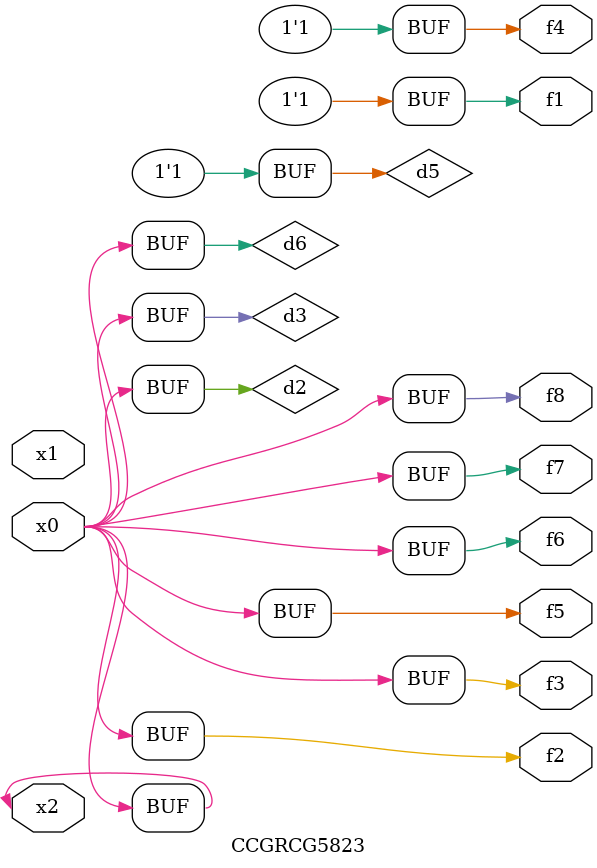
<source format=v>
module CCGRCG5823(
	input x0, x1, x2,
	output f1, f2, f3, f4, f5, f6, f7, f8
);

	wire d1, d2, d3, d4, d5, d6;

	xnor (d1, x2);
	buf (d2, x0, x2);
	and (d3, x0);
	xnor (d4, x1, x2);
	nand (d5, d1, d3);
	buf (d6, d2, d3);
	assign f1 = d5;
	assign f2 = d6;
	assign f3 = d6;
	assign f4 = d5;
	assign f5 = d6;
	assign f6 = d6;
	assign f7 = d6;
	assign f8 = d6;
endmodule

</source>
